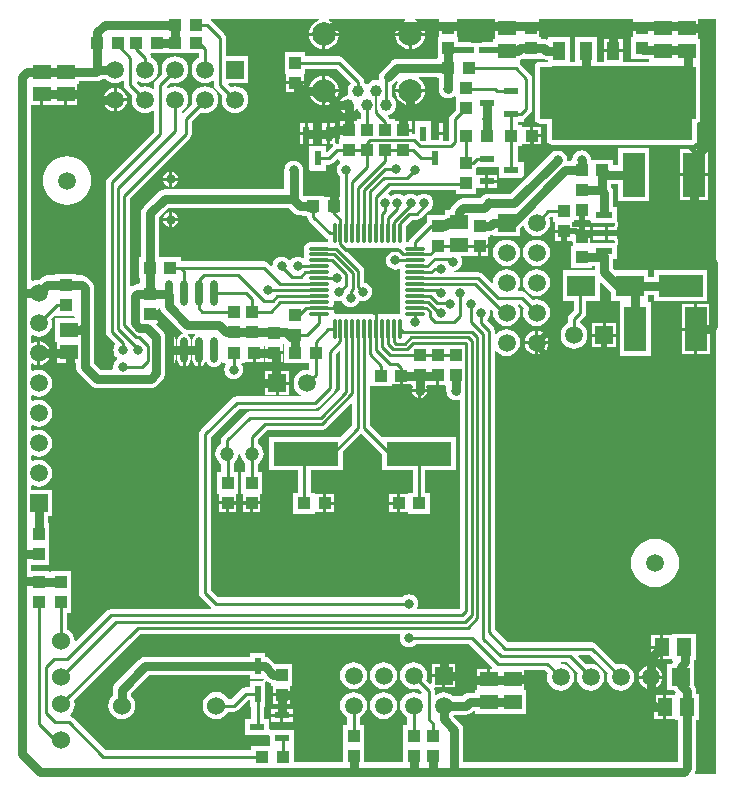
<source format=gtl>
%FSDAX24Y24*%
%MOIN*%
%SFA1B1*%

%IPPOS*%
%AMD27*
4,1,8,-0.063000,0.018700,-0.063000,-0.018700,-0.044300,-0.037400,0.044300,-0.037400,0.063000,-0.018700,0.063000,0.018700,0.044300,0.037400,-0.044300,0.037400,-0.063000,0.018700,0.0*
%
%ADD10C,0.059100*%
%ADD11R,0.039400X0.043300*%
%ADD12R,0.043300X0.039400*%
%ADD13O,0.023600X0.086600*%
%ADD14R,0.023600X0.019700*%
%ADD15R,0.094500X0.070900*%
%ADD16R,0.072800X0.149600*%
%ADD17R,0.216500X0.078700*%
%ADD18R,0.051200X0.059100*%
%ADD19R,0.135800X0.061000*%
%ADD20R,0.043300X0.061000*%
%ADD21R,0.043300X0.061000*%
%ADD22R,0.059100X0.051200*%
%ADD23O,0.011800X0.070900*%
%ADD24O,0.070900X0.011800*%
%ADD25R,0.055100X0.023600*%
%ADD26R,0.070900X0.023600*%
G04~CAMADD=27~4~0.0~0.0~748.0~1260.0~0.0~187.0~0~0.0~0.0~0.0~0.0~0~0.0~0.0~0.0~0.0~0~0.0~0.0~0.0~90.0~1260.0~748.0*
%ADD27D27*%
%ADD28R,0.149600X0.072800*%
%ADD29R,0.051200X0.023600*%
%ADD30R,0.021700X0.057100*%
%ADD31R,0.023600X0.051200*%
%ADD32C,0.010000*%
%ADD33C,0.030000*%
%ADD34C,0.005000*%
%ADD35C,0.020000*%
%ADD36R,0.295000X0.210000*%
%ADD37R,0.520000X0.175000*%
%ADD38R,0.470000X0.245000*%
%ADD39C,0.060000*%
%ADD40R,0.059100X0.059100*%
%ADD41C,0.047200*%
%ADD42R,0.059100X0.059100*%
%ADD43C,0.039400*%
%ADD44C,0.078700*%
%ADD45C,0.031500*%
%LNde-300617-1*%
%LPD*%
G36*
X028605Y037524D02*
X029000D01*
Y037424*
X028605*
Y037132*
X028555*
Y037005*
X028197*
X028164Y036998*
X027836*
X027803Y037005*
X027397*
Y037182*
X027347*
Y037435*
X026753*
Y037182*
X026703*
Y036497*
X026699*
Y036453*
X025350*
X025272Y036442*
X025199Y036412*
X025136Y036364*
X024836Y036064*
X024788Y036001*
X024758Y035928*
X024747Y035850*
X024756Y035784*
X024755Y035780*
X024733Y035754*
X024716Y035741*
X024650Y035750*
X024559Y035738*
X024475Y035703*
X024403Y035647*
X024375Y035611*
X024325*
X024297Y035647*
X024254Y035681*
Y035700*
X024238Y035778*
X024194Y035844*
X023560Y036479*
X023493Y036523*
X023415Y036539*
X022297*
Y036701*
X021603*
Y035968*
X021653*
Y035715*
X021950*
X022247*
Y035968*
X022297*
Y036131*
X023331*
X023803Y035658*
Y035647*
X023747Y035575*
X023712Y035491*
X023700Y035400*
X023712Y035309*
X023726Y035276*
X023725Y035270*
X023694Y035223*
X023643Y035217*
X023570Y035187*
X023508Y035139*
X023461Y035077*
X023431Y035005*
X023427Y034978*
X023720*
Y034928*
X023770*
Y034635*
X023798Y034638*
X023870Y034668*
X023932Y034716*
X023979Y034778*
X023981Y034782*
X024035*
X024047Y034753*
X024103Y034680*
X024146Y034647*
Y034451*
X024003*
Y034401*
X023800*
Y034085*
X023750*
Y034035*
X023453*
Y033782*
X023403*
Y033619*
X023365*
X023342Y033615*
X023292Y033656*
Y033913*
X023124*
Y033607*
X023203*
X023219Y033566*
Y033557*
X023018Y033356*
X022968Y033377*
Y033543*
X022432*
Y032731*
X022968*
Y032933*
X023087*
X023165Y032948*
X023231Y032992*
X023357Y033119*
X023403Y033099*
Y033049*
X023449*
X023466Y032999*
X023442Y032980*
X023392Y032916*
X023361Y032841*
X023351Y032761*
X023361Y032681*
X023392Y032606*
X023442Y032542*
X023457Y032530*
Y031847*
X023285*
Y031550*
X023185*
Y031847*
X022932*
Y031897*
X022203*
Y032693*
X022210Y032750*
X022200Y032830*
X022169Y032905*
X022119Y032969*
X022055Y033019*
X021980Y033050*
X021900Y033060*
X021820Y033050*
X021745Y033019*
X021681Y032969*
X021631Y032905*
X021600Y032830*
X021590Y032750*
X021597Y032693*
Y032103*
X017600*
X017522Y032092*
X017449Y032062*
X017386Y032014*
X016901Y031529*
X016853Y031467*
X016823Y031394*
X016813Y031315*
Y029847*
X016749*
Y029153*
X016797*
Y029001*
X016753*
Y028937*
X016685*
X016606Y028927*
X016533Y028897*
X016504Y028874*
X016454Y028899*
Y031816*
X018444Y033806*
X018488Y033872*
X018504Y033950*
Y034366*
X018813Y034675*
X018834Y034666*
X018950Y034651*
X019066Y034666*
X019175Y034711*
X019268Y034782*
X019339Y034875*
X019384Y034984*
X019399Y035100*
X019384Y035216*
X019339Y035325*
X019268Y035418*
X019175Y035489*
X019066Y035534*
X018950Y035549*
X018834Y035534*
X018725Y035489*
X018632Y035418*
X018561Y035325*
X018516Y035216*
X018501Y035100*
X018516Y034984*
X018525Y034963*
X018220Y034658*
X018170Y034679*
Y034709*
X018175Y034711*
X018268Y034782*
X018339Y034875*
X018384Y034984*
X018399Y035100*
X018384Y035216*
X018339Y035325*
X018268Y035418*
X018175Y035489*
X018066Y035534*
X017950Y035549*
X017834Y035534*
X017730Y035491*
X017720Y035492*
X017677Y035515*
X017674Y035536*
X017813Y035675*
X017834Y035666*
X017950Y035651*
X018066Y035666*
X018175Y035711*
X018268Y035782*
X018339Y035875*
X018384Y035984*
X018399Y036100*
X018384Y036216*
X018339Y036325*
X018268Y036418*
X018175Y036489*
X018066Y036534*
X017950Y036549*
X017834Y036534*
X017725Y036489*
X017632Y036418*
X017561Y036325*
X017516Y036216*
X017501Y036100*
X017516Y035984*
X017525Y035963*
X017306Y035744*
X017262Y035678*
X017246Y035600*
Y035491*
X017201Y035468*
X017175Y035489*
X017066Y035534*
X016950Y035549*
X016834Y035534*
X016813Y035525*
X016674Y035664*
X016677Y035685*
X016720Y035708*
X016730Y035709*
X016834Y035666*
X016950Y035651*
X017066Y035666*
X017175Y035711*
X017268Y035782*
X017339Y035875*
X017384Y035984*
X017399Y036100*
X017384Y036216*
X017339Y036325*
X017268Y036418*
X017175Y036489*
X017154Y036497*
Y036500*
X017138Y036578*
X017122Y036603*
X017148Y036653*
X018746*
Y036497*
X018725Y036489*
X018632Y036418*
X018561Y036325*
X018516Y036216*
X018501Y036100*
X018516Y035984*
X018561Y035875*
X018632Y035782*
X018725Y035711*
X018834Y035666*
X018950Y035651*
X019066Y035666*
X019175Y035711*
X019201Y035732*
X019246Y035709*
Y035600*
X019262Y035522*
X019306Y035456*
X019525Y035237*
X019516Y035216*
X019501Y035100*
X019516Y034984*
X019561Y034875*
X019632Y034782*
X019725Y034711*
X019834Y034666*
X019950Y034651*
X020066Y034666*
X020175Y034711*
X020268Y034782*
X020339Y034875*
X020384Y034984*
X020399Y035100*
X020384Y035216*
X020339Y035325*
X020268Y035418*
X020175Y035489*
X020066Y035534*
X019950Y035549*
X019834Y035534*
X019813Y035525*
X019730Y035609*
X019749Y035655*
X020395*
Y036545*
X019654*
Y037150*
X019638Y037228*
X019594Y037294*
X019152Y037737*
X019162Y037787*
X022739*
X022749Y037737*
X022664Y037701*
X022561Y037622*
X022482Y037519*
X022432Y037399*
X022422Y037320*
X022913*
Y037270*
Y037320*
X023404*
X023394Y037399*
X023344Y037519*
X023265Y037622*
X023162Y037701*
X023077Y037737*
X023087Y037787*
X025613*
X025623Y037737*
X025538Y037701*
X025435Y037622*
X025356Y037519*
X025306Y037399*
X025296Y037320*
X025787*
X026278*
X026268Y037399*
X026218Y037519*
X026139Y037622*
X026036Y037701*
X025951Y037737*
X025961Y037787*
X026753*
Y037535*
X027347*
Y037787*
X028605*
Y037524*
G37*
G36*
X033203Y037535D02*
X033500D01*
Y037435*
X033203*
Y037182*
X033153*
Y036449*
X033555*
X033565Y036447*
X033755*
Y036353*
X032872*
Y036679*
X032555*
Y036729*
Y036679*
X032239*
Y036353*
X032017*
Y037184*
X031283*
Y036353*
X031111*
Y037184*
X030378*
Y037135*
X030328Y037101*
X030313Y037108*
X030235Y037118*
X030147*
Y037182*
X030097*
Y037435*
X029800*
Y037535*
X030097*
Y037787*
X033203*
Y037535*
G37*
G36*
X026699Y035803D02*
X026763D01*
Y035560*
X026750Y035530*
X026740Y035450*
X026750Y035370*
X026781Y035295*
X026831Y035231*
X026895Y035181*
X026970Y035150*
X027050Y035140*
X027130Y035150*
X027205Y035181*
X027253Y035218*
X027303Y035197*
Y034757*
X027140Y034594*
X027096Y034528*
X027081Y034450*
Y034319*
X027024*
Y033963*
X026974*
Y033913*
X026756*
Y033754*
X026494*
Y034369*
X025958*
Y033982*
X025919Y033950*
X025900Y033954*
X025847*
Y034035*
X025550*
Y034085*
X025500*
Y034401*
X025297*
Y034451*
X025123*
X025094Y034494*
X025047Y034541*
X025063Y034589*
X025070Y034590*
X025155Y034625*
X025227Y034680*
X025283Y034753*
X025318Y034837*
X025330Y034928*
X025318Y035018*
X025283Y035102*
X025227Y035175*
X025184Y035208*
Y035581*
X025201Y035588*
X025264Y035636*
X025345Y035717*
X025383Y035684*
X025356Y035649*
X025306Y035529*
X025296Y035450*
X025787*
Y035400*
Y035450*
X026278*
X026268Y035529*
X026218Y035649*
X026139Y035752*
X026080Y035797*
X026097Y035847*
X026699*
Y035803*
G37*
G36*
X015632Y035782D02*
X015725Y035711D01*
X015834Y035666*
X015950Y035651*
X016066Y035666*
X016175Y035711*
X016201Y035732*
X016246Y035709*
Y035600*
X016262Y035522*
X016306Y035456*
X016525Y035237*
X016516Y035216*
X016501Y035100*
X016516Y034984*
X016561Y034875*
X016632Y034782*
X016725Y034711*
X016834Y034666*
X016950Y034651*
X017066Y034666*
X017175Y034711*
X017201Y034732*
X017246Y034709*
Y034034*
X015706Y032494*
X015662Y032428*
X015646Y032350*
Y027350*
X015662Y027272*
X015706Y027206*
X015964Y026948*
X015931Y026905*
X015900Y026830*
X015890Y026750*
X015900Y026670*
X015931Y026595*
X015981Y026531*
X016012Y026507*
Y026443*
X015981Y026419*
X015931Y026355*
X015900Y026280*
X015890Y026200*
X015897Y026145*
X015861Y026095*
X015483*
X015253Y026325*
Y027550*
Y028819*
X015242Y028898*
X015212Y028971*
X015164Y029033*
X015049Y029149*
X014986Y029197*
X014913Y029227*
X014835Y029237*
X014647*
Y029301*
X013953*
Y029237*
X013685*
X013606Y029227*
X013533Y029197*
X013471Y029149*
X013419Y029097*
X013400Y029099*
X013284Y029084*
X013203Y029050*
X013153Y029081*
Y034920*
X013450*
Y035276*
X013550*
Y034920*
X013895*
X013905*
X014250*
Y035276*
X014300*
Y035326*
X014695*
Y035618*
X014745*
Y035721*
X015324*
X015402Y035732*
X015475Y035762*
X015522Y035797*
X015621*
X015632Y035782*
G37*
G36*
X035968Y012604D02*
X035296D01*
X035272Y012654*
X035286Y012673*
X035316Y012746*
X035327Y012824*
Y014405*
X035430*
Y015295*
X035327*
Y015376*
X035316Y015454*
X035286Y015527*
X035245Y015580*
Y016294*
X035253Y016350*
Y016405*
X035330*
Y017295*
X034518*
Y017245*
X034226*
Y016850*
Y016455*
X034518*
Y016405*
X034522*
X034545Y016360*
X034538Y016351*
X034515Y016295*
X034355*
Y015405*
X034572*
X034586Y015386*
X034635Y015337*
X034618Y015295*
Y015245*
X034326*
Y014850*
Y014455*
X034618*
Y014405*
X034721*
Y013003*
X027553*
Y014100*
X027542Y014178*
X027512Y014251*
X027464Y014314*
X027231Y014547*
X027251Y014597*
X027650*
X027728Y014608*
X027801Y014638*
X027864Y014686*
X027901Y014723*
X027955*
Y014620*
X028845*
X029645*
Y015432*
X029595*
Y015724*
X029200*
Y015824*
X029595*
Y016096*
X030266*
X030375Y015987*
X030366Y015966*
X030351Y015850*
X030366Y015734*
X030411Y015625*
X030482Y015532*
X030575Y015461*
X030684Y015416*
X030800Y015401*
X030916Y015416*
X031025Y015461*
X031118Y015532*
X031189Y015625*
X031234Y015734*
X031249Y015850*
X031234Y015966*
X031189Y016075*
X031118Y016168*
X031025Y016239*
X030916Y016284*
X030823Y016296*
X030826Y016346*
X031016*
X031375Y015987*
X031366Y015966*
X031351Y015850*
X031366Y015734*
X031411Y015625*
X031482Y015532*
X031575Y015461*
X031684Y015416*
X031800Y015401*
X031916Y015416*
X032025Y015461*
X032118Y015532*
X032189Y015625*
X032234Y015734*
X032249Y015850*
X032234Y015966*
X032189Y016075*
X032118Y016168*
X032025Y016239*
X031916Y016284*
X031800Y016299*
X031684Y016284*
X031663Y016275*
X031388Y016550*
X031408Y016596*
X031766*
X032375Y015987*
X032366Y015966*
X032351Y015850*
X032366Y015734*
X032411Y015625*
X032482Y015532*
X032575Y015461*
X032684Y015416*
X032800Y015401*
X032916Y015416*
X033025Y015461*
X033118Y015532*
X033189Y015625*
X033234Y015734*
X033249Y015850*
X033234Y015966*
X033189Y016075*
X033118Y016168*
X033025Y016239*
X032916Y016284*
X032800Y016299*
X032684Y016284*
X032663Y016275*
X031994Y016944*
X031928Y016988*
X031850Y017004*
X029034*
X028604Y017434*
Y026703*
X028654Y026720*
X028682Y026682*
X028775Y026611*
X028884Y026566*
X029000Y026551*
X029116Y026566*
X029225Y026611*
X029318Y026682*
X029389Y026775*
X029434Y026884*
X029449Y027000*
X029434Y027116*
X029389Y027225*
X029318Y027318*
X029225Y027389*
X029116Y027434*
X029000Y027449*
X028884Y027434*
X028775Y027389*
X028682Y027318*
X028654Y027280*
X028604Y027297*
Y027400*
X028588Y027478*
X028544Y027544*
X028364Y027724*
X028367Y027779*
X028369Y027781*
X028419Y027845*
X028450Y027920*
X028460Y028000*
X028450Y028080*
X028442Y028099*
X028484Y028127*
X028558Y028054*
X028551Y028000*
X028566Y027884*
X028611Y027775*
X028682Y027682*
X028775Y027611*
X028884Y027566*
X029000Y027551*
X029116Y027566*
X029225Y027611*
X029318Y027682*
X029389Y027775*
X029434Y027884*
X029449Y028000*
X029434Y028116*
X029391Y028220*
X029392Y028230*
X029415Y028273*
X029436Y028276*
X029575Y028137*
X029566Y028116*
X029551Y028000*
X029566Y027884*
X029611Y027775*
X029682Y027682*
X029775Y027611*
X029884Y027566*
X030000Y027551*
X030116Y027566*
X030225Y027611*
X030318Y027682*
X030389Y027775*
X030434Y027884*
X030449Y028000*
X030434Y028116*
X030389Y028225*
X030318Y028318*
X030225Y028389*
X030116Y028434*
X030000Y028449*
X029884Y028434*
X029863Y028425*
X029644Y028644*
X029578Y028688*
X029500Y028704*
X029391*
X029368Y028749*
X029389Y028775*
X029434Y028884*
X029449Y029000*
X029434Y029116*
X029389Y029225*
X029318Y029318*
X029225Y029389*
X029116Y029434*
X029000Y029449*
X028884Y029434*
X028775Y029389*
X028682Y029318*
X028611Y029225*
X028566Y029116*
X028552Y029007*
X028508Y028980*
X028202Y029287*
X028136Y029331*
X028057Y029346*
X027253*
X027250Y029396*
X027280Y029400*
X027355Y029431*
X027419Y029481*
X027469Y029545*
X027500Y029620*
X027510Y029700*
X027500Y029780*
X027471Y029849*
X027490Y029899*
X027795*
X027803*
X028050*
Y030215*
X028100*
Y030265*
X028397*
Y030518*
X028447*
Y030584*
X028505Y030591*
X028533Y030579*
X028555Y030565*
Y030555*
X029445*
Y030817*
X029520Y030892*
X029571Y030872*
X029611Y030775*
X029682Y030682*
X029775Y030611*
X029884Y030566*
X030000Y030551*
X030116Y030566*
X030225Y030611*
X030318Y030682*
X030389Y030775*
X030434Y030884*
X030449Y031000*
X030434Y031116*
X030425Y031137*
X030469Y031181*
X030553*
Y031018*
X030603*
Y030765*
X030900*
Y030715*
X030950*
Y030399*
X031197*
X031203Y030351*
Y030232*
X031153*
Y029499*
X031847*
Y029563*
X031947*
Y029404*
X030870*
Y028396*
X031246*
Y028084*
X031106Y027944*
X031062Y027878*
X031046Y027800*
Y027648*
X031025Y027639*
X030932Y027568*
X030861Y027475*
X030816Y027366*
X030801Y027250*
X030816Y027134*
X030861Y027025*
X030932Y026932*
X031025Y026861*
X031134Y026816*
X031250Y026801*
X031366Y026816*
X031475Y026861*
X031568Y026932*
X031639Y027025*
X031684Y027134*
X031699Y027250*
X031684Y027366*
X031639Y027475*
X031568Y027568*
X031475Y027639*
X031454Y027648*
Y027716*
X031594Y027856*
X031638Y027922*
X031654Y028000*
Y028396*
X032115*
Y028991*
X032162Y029011*
X032485Y028687*
Y028396*
X032776*
X032782Y028348*
Y026552*
X033810*
Y028348*
X033735*
X033730Y028396*
Y028593*
X033902*
Y028382*
X035698*
Y029410*
X033902*
Y029199*
X033730*
Y029404*
X032624*
X032553Y029475*
Y029791*
X032678*
Y030255*
X032724Y030274*
X032822Y030176*
X032939*
X032953Y030155*
X032960Y030126*
X032925Y030080*
X032899Y030017*
X032897Y030000*
X033403*
X033401Y030017*
X033375Y030080*
X033340Y030126*
X033347Y030155*
X033361Y030176*
X033808*
X034045Y030413*
Y030440*
X034750*
Y030904*
Y031368*
X033952*
Y031045*
X033906Y031026*
X033808Y031124*
X033361*
X033347Y031145*
X033340Y031174*
X033375Y031220*
X033401Y031283*
X033403Y031300*
X032897*
X032899Y031283*
X032925Y031220*
X032960Y031174*
X032953Y031145*
X032939Y031124*
X032822*
X032724Y031026*
X032678Y031045*
Y031509*
X032553*
Y032000*
X032542Y032078*
X032512Y032151*
X032487Y032184*
Y032297*
X032732*
Y031702*
X033760*
Y033498*
X032732*
Y032903*
X032551*
Y033097*
X031816*
X031808Y033163*
X031777Y033236*
X031775Y033238*
X031769Y033255*
X031719Y033319*
X031655Y033369*
X031580Y033400*
X031500Y033410*
X031420Y033400*
X031345Y033369*
X031281Y033319*
X031231Y033255*
X031200Y033180*
X031190Y033100*
X031187Y033097*
X031149*
Y033053*
X031042*
X031009Y033090*
X031010Y033100*
X031000Y033180*
X030969Y033255*
X030919Y033319*
X030855Y033369*
X030780Y033400*
X030700Y033410*
X030620Y033400*
X030545Y033369*
X030481Y033319*
X030446Y033273*
X029125Y031953*
X028457*
X028400Y031960*
X028320Y031950*
X028245Y031919*
X028181Y031869*
X028146Y031823*
X028125Y031803*
X027550*
X027472Y031792*
X027399Y031762*
X027336Y031714*
X027186Y031564*
X027138Y031501*
X027108Y031428*
X027105Y031409*
X026955*
Y031287*
X026901Y031265*
X026884Y031251*
X026353*
Y031037*
X026340Y031029*
X025800Y030489*
X025756Y030423*
X025741Y030346*
X025694*
X025649Y030349*
X025646Y030394*
Y030898*
X025844Y031096*
X026000*
X026078Y031112*
X026144Y031156*
X026345Y031356*
X026405Y031381*
X026469Y031431*
X026519Y031495*
X026550Y031570*
X026560Y031650*
X026550Y031730*
X026519Y031805*
X026469Y031869*
X026405Y031919*
X026330Y031950*
X026250Y031960*
X026170Y031950*
X026095Y031919*
X026031Y031869*
X026019*
X025955Y031919*
X025880Y031950*
X025800Y031960*
X025720Y031950*
X025645Y031919*
X025587Y031874*
X025584Y031877*
X025520Y031926*
X025445Y031957*
X025365Y031968*
X025285Y031957*
X025210Y031926*
X025153Y031882*
X025105Y031919*
X025071Y031932*
X025060Y031991*
X025164Y032096*
X027303*
Y031949*
X027997*
Y032158*
X028287*
Y032376*
Y032594*
X027997*
Y032819*
X028029Y032840*
X028044Y032856*
X028743*
X028757Y032812*
Y032482*
X029569*
Y033018*
X029369*
Y033553*
X029532*
Y033603*
X029785*
Y033900*
Y034197*
X029532*
Y034247*
X029367*
Y034358*
X029569*
Y034448*
X029620Y034482*
X029794Y034656*
X029838Y034722*
X029854Y034800*
Y035800*
X029838Y035878*
X029794Y035944*
X029462Y036277*
X029445Y036320*
Y036433*
X029454Y036434*
X029491Y036449*
X030147*
X030197Y036456*
X030243Y036436*
X030321Y036426*
X030378*
Y036353*
X030100*
X030041Y036341*
X029992Y036308*
X029959Y036259*
X029947Y036200*
Y034450*
X029959Y034391*
X029992Y034342*
X030041Y034309*
X030100Y034297*
X030347*
Y033750*
X030359Y033691*
X030392Y033642*
X030441Y033609*
X030500Y033597*
X035200*
X035259Y033609*
X035308Y033642*
X035341Y033691*
X035353Y033750*
Y034308*
X035359Y034309*
X035408Y034342*
X035441Y034391*
X035453Y034450*
Y036200*
X035441Y036259*
X035434Y036270*
X035445Y036320*
Y037132*
X035395*
Y037424*
X035000*
Y037524*
X035395*
Y037787*
X035968*
Y012604*
G37*
G36*
X031550Y031099D02*
X031797D01*
X031826Y031061*
Y030972*
X032605*
X032624Y030926*
X032585Y030887*
Y030868*
X032381*
Y030650*
Y030432*
X032585*
Y030413*
X032624Y030374*
X032605Y030328*
X031826*
X031797Y030365*
Y030485*
X031500*
Y030535*
X031450*
Y030851*
X031203*
X031197Y030899*
Y031018*
X031247*
Y031099*
X031450*
Y031415*
X031550*
Y031099*
G37*
G36*
X024957Y030152D02*
X025039Y030136D01*
X025121Y030152*
X025137Y030164*
X025154Y030152*
X025236Y030136*
X025317Y030152*
X025334Y030164*
X025351Y030152*
X025388Y030145*
X025433Y030133*
X025445Y030088*
X025451Y030059*
X025433Y030037*
X025413Y030021*
X025369Y030039*
X025289Y030049*
X025209Y030039*
X025134Y030008*
X025070Y029958*
X025020Y029894*
X024989Y029819*
X024979Y029739*
X024989Y029659*
X025020Y029584*
X025070Y029520*
X025134Y029470*
X025209Y029439*
X025289Y029429*
X025369Y029439*
X025403Y029453*
X025415Y029455*
X025433Y029441*
X025451Y029419*
X025436Y029345*
X025452Y029264*
X025464Y029247*
X025452Y029230*
X025436Y029148*
X025452Y029067*
X025464Y029050*
X025452Y029033*
X025436Y028952*
X025452Y028870*
X025464Y028853*
X025452Y028836*
X025436Y028755*
X025452Y028673*
X025464Y028656*
X025452Y028639*
X025436Y028558*
X025452Y028476*
X025464Y028459*
X025452Y028443*
X025436Y028361*
X025452Y028279*
X025464Y028263*
X025452Y028246*
X025436Y028164*
X025452Y028083*
X025464Y028066*
X025452Y028049*
X025445Y028012*
X025433Y027967*
X025388Y027955*
X025351Y027948*
X025334Y027936*
X025317Y027948*
X025236Y027964*
X025154Y027948*
X025137Y027936*
X025121Y027948*
X025039Y027964*
X024957Y027948*
X024941Y027936*
X024924Y027948*
X024842Y027964*
X024761Y027948*
X024694Y027903*
X024645Y027913*
X024597Y027903*
X024530Y027948*
X024448Y027964*
X024367Y027948*
X024350Y027936*
X024333Y027948*
X024252Y027964*
X024170Y027948*
X024153Y027936*
X024136Y027948*
X024055Y027964*
X023973Y027948*
X023956Y027936*
X023939Y027948*
X023858Y027964*
X023776Y027948*
X023759Y027936*
X023743Y027948*
X023661Y027964*
X023579Y027948*
X023563Y027936*
X023546Y027948*
X023464Y027964*
X023383Y027948*
X023366Y027936*
X023349Y027948*
X023312Y027955*
X023267Y027967*
X023255Y028012*
X023248Y028049*
X023203Y028115*
X023213Y028164*
X023203Y028213*
X023248Y028279*
X023264Y028361*
X023261Y028377*
X023299Y028409*
X023320Y028400*
X023400Y028390*
X023480Y028400*
X023504Y028410*
X023531Y028345*
X023581Y028281*
X023645Y028231*
X023720Y028200*
X023800Y028190*
X023880Y028200*
X023955Y028231*
X024019Y028281*
X024069Y028345*
X024096Y028410*
X024120Y028400*
X024200Y028390*
X024280Y028400*
X024355Y028431*
X024419Y028481*
X024469Y028545*
X024500Y028620*
X024510Y028700*
X024500Y028780*
X024469Y028855*
X024419Y028919*
X024355Y028969*
X024280Y029000*
X024254Y029003*
Y029394*
X024238Y029472*
X024194Y029538*
X023639Y030093*
X023666Y030137*
X023743Y030152*
X023759Y030164*
X023776Y030152*
X023858Y030136*
X023939Y030152*
X023956Y030164*
X023973Y030152*
X024055Y030136*
X024136Y030152*
X024153Y030164*
X024170Y030152*
X024252Y030136*
X024333Y030152*
X024350Y030164*
X024367Y030152*
X024448Y030136*
X024530Y030152*
X024547Y030164*
X024564Y030152*
X024645Y030136*
X024727Y030152*
X024744Y030164*
X024761Y030152*
X024842Y030136*
X024924Y030152*
X024941Y030164*
X024957Y030152*
G37*
G36*
X021886Y031336D02*
X021949Y031288D01*
X022022Y031258*
X022100Y031247*
X022199*
Y031203*
X022361*
Y031185*
X022377Y031107*
X022421Y031040*
X022956Y030506*
X023022Y030462*
X023054Y030455*
Y030394*
X023051Y030349*
X023006Y030346*
X022460*
X022379Y030330*
X022310Y030283*
X022263Y030214*
X022247Y030133*
X022263Y030051*
X022275Y030034*
X022263Y030017*
X022247Y029936*
X022263Y029854*
X022228Y029816*
X022214Y029811*
X022205Y029819*
X022130Y029850*
X022050Y029860*
X021970Y029850*
X021895Y029819*
X021831Y029769*
X021807Y029738*
X021743*
X021719Y029769*
X021655Y029819*
X021580Y029850*
X021500Y029860*
X021420Y029850*
X021345Y029819*
X021281Y029769*
X021231Y029705*
X021200Y029630*
X021192Y029567*
X021143Y029545*
X021044Y029644*
X020978Y029688*
X020900Y029704*
X018151*
Y029847*
X017418*
Y031190*
X017725Y031497*
X021725*
X021886Y031336*
G37*
G36*
X017447Y028132D02*
X017478Y028059D01*
X017526Y027996*
X018136Y027386*
X018199Y027338*
X018206Y027335*
X018201Y027283*
X018165Y027276*
X018093Y027227*
X018045Y027155*
X018028Y027070*
Y026805*
X018250*
X018472*
Y027070*
X018455Y027155*
X018407Y027227*
X018377Y027247*
X018392Y027297*
X018608*
X018623Y027247*
X018593Y027227*
X018545Y027155*
X018528Y027070*
Y026805*
X018750*
Y026755*
X018800*
Y026228*
X018835Y026235*
X018907Y026283*
X018946Y026342*
X018994Y026343*
X019001Y026340*
X019016Y026305*
X019059Y026249*
X019115Y026206*
X019180Y026179*
X019250Y026170*
X019320Y026179*
X019385Y026206*
X019441Y026249*
X019484Y026305*
X019499Y026340*
X019549Y026330*
Y026303*
X019612*
X019634Y026258*
X019631Y026255*
X019600Y026180*
X019590Y026100*
X019600Y026020*
X019631Y025945*
X019681Y025881*
X019745Y025831*
X019820Y025800*
X019900Y025790*
X019980Y025800*
X020055Y025831*
X020119Y025881*
X020169Y025945*
X020200Y026020*
X020210Y026100*
X020200Y026180*
X020169Y026255*
X020166Y026258*
X020188Y026303*
X020282*
Y026353*
X020535*
Y026650*
X020585*
Y026700*
X020901*
Y026891*
X020951Y026919*
X020953Y026917*
Y026715*
X021250*
X021547*
Y026968*
X021597*
X021599Y026919*
Y026303*
X022431*
Y026126*
X022393Y026093*
X022350Y026099*
X022234Y026084*
X022125Y026039*
X022032Y025968*
X021961Y025875*
X021916Y025766*
X021901Y025650*
X021916Y025534*
X021961Y025425*
X022032Y025332*
X022125Y025261*
X022143Y025254*
X022133Y025204*
X020000*
X019922Y025188*
X019856Y025144*
X018806Y024094*
X018762Y024028*
X018746Y023950*
Y018650*
X018762Y018572*
X018806Y018506*
X019148Y018164*
X019136Y018114*
X015810*
X015732Y018098*
X015666Y018054*
X014652Y017040*
X014601Y017060*
X014588Y017158*
X014543Y017267*
X014471Y017361*
X014377Y017434*
X014354Y017443*
Y017999*
X014497*
Y018668*
Y019401*
X013803*
Y019337*
X013747*
Y019401*
X013153*
Y019599*
X013747*
Y020268*
Y021001*
X013703*
Y021205*
X013845*
Y022095*
X013153*
Y022219*
X013203Y022250*
X013284Y022216*
X013400Y022201*
X013516Y022216*
X013625Y022261*
X013718Y022332*
X013789Y022425*
X013834Y022534*
X013849Y022650*
X013834Y022766*
X013789Y022875*
X013718Y022968*
X013625Y023039*
X013516Y023084*
X013400Y023099*
X013284Y023084*
X013203Y023050*
X013153Y023081*
Y023219*
X013203Y023250*
X013284Y023216*
X013400Y023201*
X013516Y023216*
X013625Y023261*
X013718Y023332*
X013789Y023425*
X013834Y023534*
X013849Y023650*
X013834Y023766*
X013789Y023875*
X013718Y023968*
X013625Y024039*
X013516Y024084*
X013400Y024099*
X013284Y024084*
X013203Y024050*
X013153Y024081*
Y024219*
X013203Y024250*
X013284Y024216*
X013400Y024201*
X013516Y024216*
X013625Y024261*
X013718Y024332*
X013789Y024425*
X013834Y024534*
X013849Y024650*
X013834Y024766*
X013789Y024875*
X013718Y024968*
X013625Y025039*
X013516Y025084*
X013400Y025099*
X013284Y025084*
X013203Y025050*
X013153Y025081*
Y025219*
X013203Y025250*
X013284Y025216*
X013400Y025201*
X013516Y025216*
X013625Y025261*
X013718Y025332*
X013789Y025425*
X013834Y025534*
X013849Y025650*
X013834Y025766*
X013789Y025875*
X013718Y025968*
X013625Y026039*
X013516Y026084*
X013400Y026099*
X013284Y026084*
X013203Y026050*
X013153Y026081*
Y026285*
X013197Y026307*
X013201Y026305*
X013297Y026265*
X013350Y026258*
Y026650*
Y027042*
X013297Y027035*
X013201Y026995*
X013197Y026993*
X013153Y027015*
Y027219*
X013203Y027250*
X013284Y027216*
X013400Y027201*
X013516Y027216*
X013625Y027261*
X013718Y027332*
X013789Y027425*
X013834Y027534*
X013849Y027650*
X013834Y027766*
X013825Y027787*
X013913Y027875*
X013953Y027899*
X014598*
X014621Y027849*
X014605Y027830*
X013955*
Y027018*
X014005*
Y026726*
X014400*
Y026676*
X014450*
Y026320*
X014647*
Y026200*
X014658Y026122*
X014688Y026049*
X014736Y025986*
X015144Y025579*
X015206Y025530*
X015279Y025500*
X015357Y025490*
X017143*
X017221Y025500*
X017294Y025530*
X017356Y025579*
X017544Y025766*
X017592Y025829*
X017622Y025902*
X017633Y025980*
Y026201*
X017683Y026231*
X017700Y026228*
Y026755*
Y027283*
X017665Y027276*
X017603Y027294*
X017592Y027321*
X017544Y027384*
X017325Y027603*
X017344Y027649*
X017397*
Y027915*
X017100*
Y028015*
X017397*
Y028133*
X017447Y028137*
Y028132*
G37*
G36*
X023457Y026703D02*
Y025445D01*
X022716Y024704*
X020450*
X020372Y024688*
X020306Y024644*
X019542Y023881*
X019498Y023815*
X019483Y023737*
Y023630*
X019411Y023575*
X019349Y023495*
X019310Y023401*
X019297Y023300*
X019310Y023199*
X019349Y023105*
X019411Y023025*
X019492Y022963*
X019496Y022961*
Y022701*
X019353*
Y021968*
X019403*
Y021715*
X019997*
Y021968*
X020047*
Y022701*
X019904*
Y022980*
X019962Y023025*
X020024Y023105*
X020063Y023199*
X020075Y023289*
X020125*
X020137Y023199*
X020176Y023105*
X020238Y023025*
X020296Y022980*
Y022701*
X020153*
Y021968*
X020203*
Y021715*
X020797*
Y021968*
X020847*
Y022701*
X020704*
Y022961*
X020708Y022963*
X020789Y023025*
X020851Y023105*
X020890Y023199*
X020903Y023300*
X020890Y023401*
X020851Y023495*
X020789Y023575*
X020717Y023630*
Y023779*
X021034Y024096*
X022855*
X022933Y024112*
X022999Y024156*
X023805Y024962*
X023851Y024943*
Y024239*
X023455Y023844*
X021097*
Y022756*
X022061*
Y021993*
X021899*
Y021299*
X022632*
Y021349*
X022885*
Y021646*
Y021943*
X022632*
Y021993*
X022469*
Y022756*
X023563*
Y023374*
X024150Y023962*
X024837Y023274*
Y022756*
X025881*
Y021993*
X025718*
Y021943*
X025465*
Y021646*
Y021349*
X025718*
Y021299*
X026451*
Y021993*
X026289*
Y022756*
X027303*
Y023844*
X024845*
X024455Y024233*
Y025553*
X025182*
Y025603*
X025435*
Y025900*
X025535*
Y025603*
X025801*
X025803Y025599*
X025865*
X025890Y025549*
X025875Y025530*
X025849Y025467*
X025847Y025450*
X026353*
X026351Y025467*
X026325Y025530*
X026310Y025549*
X026335Y025599*
X026397*
X026403*
X026650*
Y025915*
X026750*
Y025599*
X026953*
Y025549*
X026997*
Y025457*
X026990Y025400*
X027000Y025320*
X027031Y025245*
X027081Y025181*
X027145Y025131*
X027220Y025100*
X027300Y025090*
X027380Y025100*
X027410Y025113*
X027452Y025085*
Y018140*
X027426Y018114*
X026053*
X026026Y018164*
X026050Y018220*
X026060Y018300*
X026050Y018380*
X026019Y018455*
X025969Y018519*
X025905Y018569*
X025830Y018600*
X025750Y018610*
X025670Y018600*
X025595Y018569*
X025531Y018519*
X025519Y018504*
X019384*
X019154Y018734*
Y023866*
X020084Y024796*
X022600*
X022678Y024812*
X022744Y024856*
X023244Y025356*
X023288Y025422*
X023304Y025500*
Y026616*
X023411Y026723*
X023457Y026703*
G37*
G36*
X025460Y017255D02*
X025450Y017230D01*
X025440Y017150*
X025450Y017070*
X025481Y016995*
X025531Y016931*
X025595Y016881*
X025670Y016850*
X025750Y016840*
X025830Y016850*
X025905Y016881*
X025969Y016931*
X025981Y016946*
X027766*
X028532Y016180*
X028511Y016130*
X028450*
Y015774*
X028400*
Y015724*
X028005*
Y015432*
X027955*
Y015329*
X027776*
X027698Y015318*
X027625Y015288*
X027562Y015240*
X027525Y015203*
X027229*
X027218Y015218*
X027125Y015289*
X027016Y015334*
X026900Y015349*
X026784Y015334*
X026675Y015289*
X026649Y015268*
X026604Y015291*
Y015400*
X026593Y015455*
X026626Y015505*
X026850*
Y015850*
X026505*
Y015649*
X026459Y015630*
X026325Y015763*
X026334Y015784*
X026349Y015900*
X026334Y016016*
X026289Y016125*
X026218Y016218*
X026125Y016289*
X026016Y016334*
X025900Y016349*
X025784Y016334*
X025675Y016289*
X025582Y016218*
X025511Y016125*
X025466Y016016*
X025451Y015900*
X025466Y015784*
X025511Y015675*
X025582Y015582*
X025675Y015511*
X025784Y015466*
X025900Y015451*
X026016Y015466*
X026037Y015475*
X026176Y015336*
X026173Y015315*
X026130Y015292*
X026120Y015291*
X026016Y015334*
X025900Y015349*
X025784Y015334*
X025675Y015289*
X025582Y015218*
X025511Y015125*
X025466Y015016*
X025451Y014900*
X025466Y014784*
X025511Y014675*
X025582Y014582*
X025675Y014511*
X025696Y014503*
Y014251*
X025553*
Y013518*
Y013003*
X024247*
Y013518*
Y014251*
X024104*
Y014503*
X024125Y014511*
X024218Y014582*
X024289Y014675*
X024334Y014784*
X024349Y014900*
X024334Y015016*
X024289Y015125*
X024218Y015218*
X024125Y015289*
X024016Y015334*
X023900Y015349*
X023784Y015334*
X023675Y015289*
X023582Y015218*
X023511Y015125*
X023466Y015016*
X023451Y014900*
X023466Y014784*
X023511Y014675*
X023582Y014582*
X023675Y014511*
X023696Y014503*
Y014251*
X023553*
Y013518*
Y013003*
X021901*
Y013547*
X021919Y013558*
Y014094*
X021143*
X021107*
X021093Y014138*
Y014468*
X020904*
Y014852*
X020958*
Y015685*
Y015687*
Y015693*
X020975Y015703*
X020984Y015709*
X021008Y015715*
X021064Y015673*
X021137Y015642*
X021153Y015640*
Y015568*
X021203*
Y015315*
X021500*
X021797*
Y015568*
X021847*
Y016301*
X021277*
X021151Y016427*
X021089Y016475*
X021016Y016505*
X020958Y016512*
Y016648*
X020442*
Y016515*
X016963*
X016884Y016505*
X016811Y016475*
X016749Y016427*
X015961Y015639*
X015913Y015576*
X015883Y015504*
X015873Y015425*
Y015235*
X015854Y015221*
X015782Y015127*
X015737Y015017*
X015721Y014900*
X015737Y014783*
X015782Y014673*
X015854Y014579*
X015948Y014507*
X016058Y014462*
X016175Y014446*
X016293Y014462*
X016402Y014507*
X016496Y014579*
X016568Y014673*
X016614Y014783*
X016629Y014900*
X016614Y015017*
X016568Y015127*
X016496Y015221*
X016478Y015235*
Y015300*
X017088Y015910*
X020442*
Y015777*
X020897*
X020900Y015773*
X020873Y015723*
X020442*
Y015504*
X020300*
X020222Y015488*
X020156Y015444*
X019816Y015104*
X019727*
X019718Y015127*
X019646Y015221*
X019552Y015293*
X019442Y015338*
X019325Y015354*
X019207Y015338*
X019098Y015293*
X019004Y015221*
X018932Y015127*
X018886Y015017*
X018871Y014900*
X018886Y014783*
X018932Y014673*
X019004Y014579*
X019098Y014507*
X019207Y014462*
X019325Y014446*
X019442Y014462*
X019552Y014507*
X019646Y014579*
X019718Y014673*
X019727Y014696*
X019900*
X019978Y014712*
X020044Y014756*
X020384Y015096*
X020442*
Y014852*
X020496*
Y014468*
X020281*
Y013932*
X021057*
X021093*
X021107Y013888*
Y013558*
X021062Y013547*
X020499*
Y013404*
X015634*
X014544Y014494*
X014478Y014538*
X014454Y014543*
X014441Y014597*
X014471Y014620*
X014543Y014714*
X014588Y014823*
X014604Y014941*
X014588Y015058*
X014579Y015081*
X016794Y017296*
X025433*
X025460Y017255*
G37*
%LNde-300617-2*%
%LPC*%
G36*
X026278Y037220D02*
X025837D01*
Y036779*
X025916Y036789*
X026036Y036839*
X026139Y036918*
X026218Y037021*
X026268Y037141*
X026278Y037220*
G37*
G36*
X023404D02*
X022963D01*
Y036779*
X023042Y036789*
X023162Y036839*
X023265Y036918*
X023344Y037021*
X023394Y037141*
X023404Y037220*
G37*
G36*
X025737D02*
X025296D01*
X025306Y037141*
X025356Y037021*
X025435Y036918*
X025538Y036839*
X025658Y036789*
X025737Y036779*
Y037220*
G37*
G36*
X022863D02*
X022422D01*
X022432Y037141*
X022482Y037021*
X022561Y036918*
X022664Y036839*
X022784Y036789*
X022863Y036779*
Y037220*
G37*
G36*
X022963Y035891D02*
Y035450D01*
X023404*
X023394Y035529*
X023344Y035649*
X023265Y035752*
X023162Y035831*
X023042Y035881*
X022963Y035891*
G37*
G36*
X022863D02*
X022784Y035881D01*
X022664Y035831*
X022561Y035752*
X022482Y035649*
X022432Y035529*
X022422Y035450*
X022863*
Y035891*
G37*
G36*
X022247Y035615D02*
X022000D01*
Y035349*
X022247*
Y035615*
G37*
G36*
X021900D02*
X021653D01*
Y035349*
X021900*
Y035615*
G37*
G36*
X023404Y035350D02*
X022963D01*
Y034909*
X023042Y034919*
X023162Y034969*
X023265Y035048*
X023344Y035151*
X023394Y035271*
X023404Y035350*
G37*
G36*
X022863D02*
X022422D01*
X022432Y035271*
X022482Y035151*
X022561Y035048*
X022664Y034969*
X022784Y034919*
X022863Y034909*
Y035350*
G37*
G36*
X023670Y034878D02*
X023427D01*
X023431Y034850*
X023461Y034778*
X023508Y034716*
X023570Y034668*
X023643Y034638*
X023670Y034635*
Y034878*
G37*
G36*
X023700Y034401D02*
X023453D01*
Y034135*
X023700*
Y034401*
G37*
G36*
X023292Y034319D02*
X023124D01*
Y034013*
X023292*
Y034319*
G37*
G36*
X023024D02*
X022856D01*
Y034013*
X023024*
Y034319*
G37*
G36*
X022544D02*
X022376D01*
Y034013*
X022544*
Y034319*
G37*
G36*
X022276D02*
X022108D01*
Y034013*
X022276*
Y034319*
G37*
G36*
X023024Y033913D02*
X022856D01*
Y033607*
X023024*
Y033913*
G37*
G36*
X022544D02*
X022376D01*
Y033607*
X022544*
Y033913*
G37*
G36*
X022276D02*
X022108D01*
Y033607*
X022276*
Y033913*
G37*
G36*
X017850Y032703D02*
Y032500D01*
X018053*
X018051Y032517*
X018025Y032580*
X017984Y032634*
X017930Y032675*
X017867Y032701*
X017850Y032703*
G37*
G36*
X017750D02*
X017733Y032701D01*
X017670Y032675*
X017616Y032634*
X017575Y032580*
X017549Y032517*
X017547Y032500*
X017750*
Y032703*
G37*
G36*
X018053Y032400D02*
X017850D01*
Y032197*
X017867Y032199*
X017930Y032225*
X017984Y032266*
X018025Y032320*
X018051Y032383*
X018053Y032400*
G37*
G36*
X017750D02*
X017547D01*
X017549Y032383*
X017575Y032320*
X017616Y032266*
X017670Y032225*
X017733Y032199*
X017750Y032197*
Y032400*
G37*
G36*
X032872Y037134D02*
X032606D01*
Y036779*
X032872*
Y037134*
G37*
G36*
X032506D02*
X032239D01*
Y036779*
X032506*
Y037134*
G37*
G36*
X026278Y035350D02*
X025837D01*
Y034909*
X025916Y034919*
X026036Y034969*
X026139Y035048*
X026218Y035151*
X026268Y035271*
X026278Y035350*
G37*
G36*
X025737D02*
X025296D01*
X025306Y035271*
X025356Y035151*
X025435Y035048*
X025538Y034969*
X025658Y034919*
X025737Y034909*
Y035350*
G37*
G36*
X025847Y034401D02*
X025600D01*
Y034135*
X025847*
Y034401*
G37*
G36*
X026924Y034319D02*
X026756D01*
Y034013*
X026924*
Y034319*
G37*
G36*
X016000Y035492D02*
Y035150D01*
X016342*
X016335Y035203*
X016295Y035299*
X016232Y035382*
X016149Y035445*
X016053Y035485*
X016000Y035492*
G37*
G36*
X015900D02*
X015847Y035485D01*
X015751Y035445*
X015668Y035382*
X015605Y035299*
X015565Y035203*
X015558Y035150*
X015900*
Y035492*
G37*
G36*
X014695Y035226D02*
X014350D01*
Y034920*
X014695*
Y035226*
G37*
G36*
X016342Y035050D02*
X016000D01*
Y034708*
X016053Y034715*
X016149Y034755*
X016232Y034818*
X016295Y034901*
X016335Y034997*
X016342Y035050*
G37*
G36*
X015900D02*
X015558D01*
X015565Y034997*
X015605Y034901*
X015668Y034818*
X015751Y034755*
X015847Y034715*
X015900Y034708*
Y035050*
G37*
G36*
X014350Y033206D02*
X014193Y033190D01*
X014042Y033145*
X013902Y033070*
X013780Y032970*
X013680Y032848*
X013605Y032708*
X013560Y032557*
X013544Y032400*
X013560Y032243*
X013605Y032092*
X013680Y031952*
X013780Y031830*
X013902Y031730*
X014042Y031655*
X014193Y031610*
X014350Y031594*
X014507Y031610*
X014658Y031655*
X014798Y031730*
X014920Y031830*
X015020Y031952*
X015095Y032092*
X015140Y032243*
X015156Y032400*
X015140Y032557*
X015095Y032708*
X015020Y032848*
X014920Y032970*
X014798Y033070*
X014658Y033145*
X014507Y033190*
X014350Y033206*
G37*
G36*
X030151Y034197D02*
X029885D01*
Y033950*
X030151*
Y034197*
G37*
G36*
Y033850D02*
X029885D01*
Y033603*
X030151*
Y033850*
G37*
G36*
X035718Y033448D02*
X035304D01*
Y032650*
X035718*
Y033448*
G37*
G36*
X035204D02*
X034790D01*
Y032650*
X035204*
Y033448*
G37*
G36*
X028693Y032594D02*
X028387D01*
Y032426*
X028693*
Y032594*
G37*
G36*
Y032326D02*
X028387D01*
Y032158*
X028693*
Y032326*
G37*
G36*
X035718Y032550D02*
X035304D01*
Y031752*
X035718*
Y032550*
G37*
G36*
X035204D02*
X034790D01*
Y031752*
X035204*
Y032550*
G37*
G36*
X033200Y031603D02*
Y031400D01*
X033403*
X033401Y031417*
X033375Y031480*
X033334Y031534*
X033280Y031575*
X033217Y031601*
X033200Y031603*
G37*
G36*
X033100D02*
X033083Y031601D01*
X033020Y031575*
X032966Y031534*
X032925Y031480*
X032899Y031417*
X032897Y031400*
X033100*
Y031603*
G37*
G36*
X035648Y031368D02*
X034850D01*
Y030954*
X035648*
Y031368*
G37*
G36*
Y030854D02*
X034850D01*
Y030440*
X035648*
Y030854*
G37*
G36*
X030850Y030665D02*
X030603D01*
Y030399*
X030850*
Y030665*
G37*
G36*
X028397Y030165D02*
X028150D01*
Y029899*
X028397*
Y030165*
G37*
G36*
X033403Y029900D02*
X033200D01*
Y029697*
X033217Y029699*
X033280Y029725*
X033334Y029766*
X033375Y029820*
X033401Y029883*
X033403Y029900*
G37*
G36*
X033100D02*
X032897D01*
X032899Y029883*
X032925Y029820*
X032966Y029766*
X033020Y029725*
X033083Y029699*
X033100Y029697*
Y029900*
G37*
G36*
X030000Y030449D02*
X029884Y030434D01*
X029775Y030389*
X029682Y030318*
X029611Y030225*
X029566Y030116*
X029551Y030000*
X029566Y029884*
X029611Y029775*
X029682Y029682*
X029775Y029611*
X029884Y029566*
X030000Y029551*
X030116Y029566*
X030225Y029611*
X030318Y029682*
X030389Y029775*
X030434Y029884*
X030449Y030000*
X030434Y030116*
X030389Y030225*
X030318Y030318*
X030225Y030389*
X030116Y030434*
X030000Y030449*
G37*
G36*
X029000D02*
X028884Y030434D01*
X028775Y030389*
X028682Y030318*
X028611Y030225*
X028566Y030116*
X028551Y030000*
X028566Y029884*
X028611Y029775*
X028682Y029682*
X028775Y029611*
X028884Y029566*
X029000Y029551*
X029116Y029566*
X029225Y029611*
X029318Y029682*
X029389Y029775*
X029434Y029884*
X029449Y030000*
X029434Y030116*
X029389Y030225*
X029318Y030318*
X029225Y030389*
X029116Y030434*
X029000Y030449*
G37*
G36*
X030000Y029449D02*
X029884Y029434D01*
X029775Y029389*
X029682Y029318*
X029611Y029225*
X029566Y029116*
X029551Y029000*
X029566Y028884*
X029611Y028775*
X029682Y028682*
X029775Y028611*
X029884Y028566*
X030000Y028551*
X030116Y028566*
X030225Y028611*
X030318Y028682*
X030389Y028775*
X030434Y028884*
X030449Y029000*
X030434Y029116*
X030389Y029225*
X030318Y029318*
X030225Y029389*
X030116Y029434*
X030000Y029449*
G37*
G36*
X035768Y028298D02*
X035354D01*
Y027500*
X035768*
Y028298*
G37*
G36*
X035254D02*
X034840D01*
Y027500*
X035254*
Y028298*
G37*
G36*
X032645Y027645D02*
X032300D01*
Y027300*
X032645*
Y027645*
G37*
G36*
X032200D02*
X031855D01*
Y027300*
X032200*
Y027645*
G37*
G36*
X030050Y027392D02*
Y027050D01*
X030392*
X030385Y027103*
X030345Y027199*
X030282Y027282*
X030199Y027345*
X030103Y027385*
X030050Y027392*
G37*
G36*
X029950D02*
X029897Y027385D01*
X029801Y027345*
X029718Y027282*
X029655Y027199*
X029615Y027103*
X029608Y027050*
X029950*
Y027392*
G37*
G36*
X032645Y027200D02*
X032300D01*
Y026855*
X032645*
Y027200*
G37*
G36*
X032200D02*
X031855D01*
Y026855*
X032200*
Y027200*
G37*
G36*
X030392Y026950D02*
X030050D01*
Y026608*
X030103Y026615*
X030199Y026655*
X030282Y026718*
X030345Y026801*
X030385Y026897*
X030392Y026950*
G37*
G36*
X029950D02*
X029608D01*
X029615Y026897*
X029655Y026801*
X029718Y026718*
X029801Y026655*
X029897Y026615*
X029950Y026608*
Y026950*
G37*
G36*
X035768Y027400D02*
X035354D01*
Y026602*
X035768*
Y027400*
G37*
G36*
X035254D02*
X034840D01*
Y026602*
X035254*
Y027400*
G37*
G36*
X033950Y020456D02*
X033793Y020440D01*
X033642Y020395*
X033502Y020320*
X033380Y020220*
X033280Y020098*
X033205Y019958*
X033160Y019807*
X033144Y019650*
X033160Y019493*
X033205Y019342*
X033280Y019202*
X033380Y019080*
X033502Y018980*
X033642Y018905*
X033793Y018860*
X033950Y018844*
X034107Y018860*
X034258Y018905*
X034398Y018980*
X034520Y019080*
X034620Y019202*
X034695Y019342*
X034740Y019493*
X034756Y019650*
X034740Y019807*
X034695Y019958*
X034620Y020098*
X034520Y020220*
X034398Y020320*
X034258Y020395*
X034107Y020440*
X033950Y020456*
G37*
G36*
X034126Y017245D02*
X033820D01*
Y016900*
X034126*
Y017245*
G37*
G36*
Y016800D02*
X033820D01*
Y016455*
X034126*
Y016800*
G37*
G36*
X033850Y016242D02*
Y015900D01*
X034192*
X034185Y015953*
X034145Y016049*
X034082Y016132*
X033999Y016195*
X033903Y016235*
X033850Y016242*
G37*
G36*
X033750D02*
X033697Y016235D01*
X033601Y016195*
X033518Y016132*
X033455Y016049*
X033415Y015953*
X033408Y015900*
X033750*
Y016242*
G37*
G36*
X034192Y015800D02*
X033850D01*
Y015458*
X033903Y015465*
X033999Y015505*
X034082Y015568*
X034145Y015651*
X034185Y015747*
X034192Y015800*
G37*
G36*
X033750D02*
X033408D01*
X033415Y015747*
X033455Y015651*
X033518Y015568*
X033601Y015505*
X033697Y015465*
X033750Y015458*
Y015800*
G37*
G36*
X034226Y015245D02*
X033920D01*
Y014900*
X034226*
Y015245*
G37*
G36*
Y014800D02*
X033920D01*
Y014455*
X034226*
Y014800*
G37*
G36*
X032281Y030868D02*
X031876D01*
Y030700*
X032281*
Y030868*
G37*
G36*
X031550Y030851D02*
Y030585D01*
X031797*
Y030851*
X031550*
G37*
G36*
X032281Y030600D02*
X031876D01*
Y030432*
X032281*
Y030600*
G37*
G36*
X017850Y031353D02*
Y031150D01*
X018053*
X018051Y031167*
X018025Y031230*
X017984Y031284*
X017930Y031325*
X017867Y031351*
X017850Y031353*
G37*
G36*
X017750D02*
X017733Y031351D01*
X017670Y031325*
X017616Y031284*
X017575Y031230*
X017549Y031167*
X017547Y031150*
X017750*
Y031353*
G37*
G36*
X018053Y031050D02*
X017850D01*
Y030847*
X017867Y030849*
X017930Y030875*
X017984Y030916*
X018025Y030970*
X018051Y031033*
X018053Y031050*
G37*
G36*
X017750D02*
X017547D01*
X017549Y031033*
X017575Y030970*
X017616Y030916*
X017670Y030875*
X017733Y030849*
X017750Y030847*
Y031050*
G37*
G36*
X017800Y027283D02*
Y026805D01*
X017972*
Y027070*
X017955Y027155*
X017907Y027227*
X017835Y027276*
X017800Y027283*
G37*
G36*
X013450Y027042D02*
Y026700D01*
X013792*
X013785Y026753*
X013745Y026849*
X013682Y026932*
X013599Y026995*
X013503Y027035*
X013450Y027042*
G37*
G36*
X020901Y026600D02*
X020635D01*
Y026353*
X020901*
Y026600*
G37*
G36*
X021547Y026615D02*
X021300D01*
Y026349*
X021547*
Y026615*
G37*
G36*
X021200D02*
X020953D01*
Y026349*
X021200*
Y026615*
G37*
G36*
X014350Y026626D02*
X014005D01*
Y026320*
X014350*
Y026626*
G37*
G36*
X013792Y026600D02*
X013450D01*
Y026258*
X013503Y026265*
X013599Y026305*
X013682Y026368*
X013745Y026451*
X013785Y026547*
X013792Y026600*
G37*
G36*
X018472Y026705D02*
X018300D01*
Y026228*
X018335Y026235*
X018407Y026283*
X018455Y026355*
X018472Y026440*
Y026705*
G37*
G36*
X017972D02*
X017800D01*
Y026228*
X017835Y026235*
X017907Y026283*
X017955Y026355*
X017972Y026440*
Y026705*
G37*
G36*
X018700D02*
X018528D01*
Y026440*
X018545Y026355*
X018593Y026283*
X018665Y026235*
X018700Y026228*
Y026705*
G37*
G36*
X018200D02*
X018028D01*
Y026440*
X018045Y026355*
X018093Y026283*
X018165Y026235*
X018200Y026228*
Y026705*
G37*
G36*
X021745Y026045D02*
X021400D01*
Y025700*
X021745*
Y026045*
G37*
G36*
X021300D02*
X020955D01*
Y025700*
X021300*
Y026045*
G37*
G36*
X021745Y025600D02*
X021400D01*
Y025255*
X021745*
Y025600*
G37*
G36*
X021300D02*
X020955D01*
Y025255*
X021300*
Y025600*
G37*
G36*
X026353Y025350D02*
X026150D01*
Y025147*
X026167Y025149*
X026230Y025175*
X026284Y025216*
X026325Y025270*
X026351Y025333*
X026353Y025350*
G37*
G36*
X026050D02*
X025847D01*
X025849Y025333*
X025875Y025270*
X025916Y025216*
X025970Y025175*
X026033Y025149*
X026050Y025147*
Y025350*
G37*
G36*
X023251Y021943D02*
X022985D01*
Y021696*
X023251*
Y021943*
G37*
G36*
X025365D02*
X025099D01*
Y021696*
X025365*
Y021943*
G37*
G36*
Y021596D02*
X025099D01*
Y021349*
X025365*
Y021596*
G37*
G36*
X023251D02*
X022985D01*
Y021349*
X023251*
Y021596*
G37*
G36*
X020797Y021615D02*
X020550D01*
Y021349*
X020797*
Y021615*
G37*
G36*
X020450D02*
X020203D01*
Y021349*
X020450*
Y021615*
G37*
G36*
X019997D02*
X019750D01*
Y021349*
X019997*
Y021615*
G37*
G36*
X019650D02*
X019403D01*
Y021349*
X019650*
Y021615*
G37*
G36*
X027295Y016295D02*
X026950D01*
Y015950*
X027295*
Y016295*
G37*
G36*
X026850D02*
X026505D01*
Y015950*
X026850*
Y016295*
G37*
G36*
X028350Y016130D02*
X028005D01*
Y015824*
X028350*
Y016130*
G37*
G36*
X027295Y015850D02*
X026950D01*
Y015505*
X027295*
Y015850*
G37*
G36*
X024900Y016349D02*
X024784Y016334D01*
X024675Y016289*
X024582Y016218*
X024511Y016125*
X024466Y016016*
X024451Y015900*
X024466Y015784*
X024511Y015675*
X024582Y015582*
X024675Y015511*
X024784Y015466*
X024900Y015451*
X025016Y015466*
X025125Y015511*
X025218Y015582*
X025289Y015675*
X025334Y015784*
X025349Y015900*
X025334Y016016*
X025289Y016125*
X025218Y016218*
X025125Y016289*
X025016Y016334*
X024900Y016349*
G37*
G36*
X023900D02*
X023784Y016334D01*
X023675Y016289*
X023582Y016218*
X023511Y016125*
X023466Y016016*
X023451Y015900*
X023466Y015784*
X023511Y015675*
X023582Y015582*
X023675Y015511*
X023784Y015466*
X023900Y015451*
X024016Y015466*
X024125Y015511*
X024218Y015582*
X024289Y015675*
X024334Y015784*
X024349Y015900*
X024334Y016016*
X024289Y016125*
X024218Y016218*
X024125Y016289*
X024016Y016334*
X023900Y016349*
G37*
G36*
X021797Y015215D02*
X021550D01*
Y014949*
X021797*
Y015215*
G37*
G36*
X021450D02*
X021203D01*
Y014949*
X021450*
Y015215*
G37*
G36*
X021869Y014792D02*
X021563D01*
Y014624*
X021869*
Y014792*
G37*
G36*
X021463D02*
X021157D01*
Y014624*
X021463*
Y014792*
G37*
G36*
X024900Y015349D02*
X024784Y015334D01*
X024675Y015289*
X024582Y015218*
X024511Y015125*
X024466Y015016*
X024451Y014900*
X024466Y014784*
X024511Y014675*
X024582Y014582*
X024675Y014511*
X024784Y014466*
X024900Y014451*
X025016Y014466*
X025125Y014511*
X025218Y014582*
X025289Y014675*
X025334Y014784*
X025349Y014900*
X025334Y015016*
X025289Y015125*
X025218Y015218*
X025125Y015289*
X025016Y015334*
X024900Y015349*
G37*
G36*
X021869Y014524D02*
X021563D01*
Y014356*
X021869*
Y014524*
G37*
G36*
X021463D02*
X021157D01*
Y014356*
X021463*
Y014524*
G37*
%LNde-300617-3*%
%LPD*%
G54D10*
X033950Y019650D03*
X014350Y032400D03*
X013400Y028650D03*
Y027650D03*
Y026650D03*
Y025650D03*
Y024650D03*
Y023650D03*
Y022650D03*
X031250Y027250D03*
X033800Y015850D03*
X032800D03*
X031800D03*
X030800D03*
X022350Y025650D03*
X026900Y014900D03*
X025900Y015900D03*
Y014900D03*
X024900Y015900D03*
Y014900D03*
X023900Y015900D03*
Y014900D03*
X030000Y031000D03*
X029000Y030000D03*
X030000D03*
X029000Y029000D03*
X030000D03*
X029000Y028000D03*
X030000D03*
X029000Y027000D03*
X030000D03*
X019950Y035100D03*
X018950Y036100D03*
Y035100D03*
X017950Y036100D03*
Y035100D03*
X016950Y036100D03*
Y035100D03*
X015950Y036100D03*
Y035100D03*
G54D11*
X013400Y020635D03*
Y019965D03*
X017100Y028635D03*
Y027965D03*
X021950Y036335D03*
Y035665D03*
X027050Y037485D03*
Y036815D03*
X031500Y031415D03*
Y032085D03*
Y030535D03*
Y029865D03*
X013400Y019035D03*
Y018365D03*
X014150Y019035D03*
Y018365D03*
X019700Y022335D03*
Y021665D03*
X020500Y022335D03*
Y021665D03*
X021950Y027935D03*
Y027265D03*
X021250Y026665D03*
Y027335D03*
X026700Y030215D03*
Y030885D03*
X027300Y025915D03*
Y026585D03*
X026700Y025915D03*
Y026585D03*
X026100Y025915D03*
Y026585D03*
X025900Y013885D03*
Y013215D03*
X026550Y013885D03*
Y013215D03*
X023900Y013885D03*
Y013215D03*
X014300Y028265D03*
Y028935D03*
X030900Y031385D03*
Y030715D03*
X028100Y030215D03*
Y030885D03*
X029800Y037485D03*
Y036815D03*
X033500Y037485D03*
Y036815D03*
X020500Y028035D03*
Y027365D03*
X019900Y028035D03*
Y027365D03*
X023750Y034085D03*
Y033415D03*
X025550Y034085D03*
Y033415D03*
X024950Y034085D03*
Y033415D03*
X024350Y034085D03*
Y033415D03*
X027650Y032315D03*
Y032985D03*
Y034815D03*
Y035485D03*
X021500Y015265D03*
Y015935D03*
G54D12*
X017785Y029500D03*
X017115D03*
X031515Y032750D03*
X032185D03*
X023235Y031550D03*
X022565D03*
X024815Y025900D03*
X025485D03*
X019915Y026650D03*
X020585D03*
X026085Y021646D03*
X025415D03*
X022265D03*
X022935D03*
X022635Y026650D03*
X021965D03*
X016035Y037000D03*
X015365D03*
X018635D03*
X017965D03*
X018635Y037600D03*
X017965D03*
X016665Y037000D03*
X017335D03*
X021535Y013200D03*
X020865D03*
X028335Y033900D03*
X027665D03*
X027065Y036150D03*
X027735D03*
X029165Y033900D03*
X029835D03*
G54D13*
X019250Y028645D03*
X018750D03*
X018250D03*
X017750D03*
X019250Y026755D03*
X018750D03*
X018250D03*
X017750D03*
G54D14*
X027803Y036750D03*
X028197D03*
G54D15*
X033107Y028900D03*
X031493D03*
G54D16*
X033246Y032600D03*
X035254D03*
X033296Y027450D03*
X035304D03*
G54D17*
X026070Y023300D03*
X022330D03*
G54D18*
X034924Y016850D03*
X034176D03*
X034276Y014850D03*
X035024D03*
G54D19*
X031650Y034071D03*
G54D20*
X030744Y036729D03*
X031650D03*
G54D21*
X032555Y036729D03*
G54D22*
X035000Y036726D03*
Y037474D03*
X034200Y036726D03*
Y037474D03*
X027400Y030255D03*
Y031003D03*
X014400Y027424D03*
Y026676D03*
X029000Y036726D03*
Y037474D03*
X029200Y015026D03*
Y015774D03*
X028400D03*
Y015026D03*
X013500Y036024D03*
Y035276D03*
X014300D03*
Y036024D03*
G54D23*
X023267Y027456D03*
X023464D03*
X023661D03*
X023858D03*
X024055D03*
X024252D03*
X024448D03*
X024645D03*
X024842D03*
X025039D03*
X025236D03*
X025433D03*
Y030644D03*
X025236D03*
X025039D03*
X024842D03*
X024645D03*
X024448D03*
X024252D03*
X024055D03*
X023858D03*
X023661D03*
X023464D03*
X023267D03*
G54D24*
X025944Y027967D03*
Y028164D03*
Y028361D03*
Y028558D03*
Y028755D03*
Y028952D03*
Y029148D03*
Y029345D03*
Y029542D03*
Y029739D03*
Y029936D03*
Y030133D03*
X022756D03*
Y029936D03*
Y029739D03*
Y029542D03*
Y029345D03*
Y029148D03*
Y028952D03*
Y028755D03*
Y028558D03*
Y028361D03*
Y028164D03*
Y027967D03*
G54D25*
X032252Y031241D03*
Y030059D03*
G54D26*
X032331Y030650D03*
G54D27*
X033315Y030650D03*
G54D28*
X034800Y028896D03*
Y030904D03*
G54D29*
X020687Y014200D03*
X021513Y014574D03*
Y013826D03*
X029163Y032750D03*
X028337Y032376D03*
Y033124D03*
Y035000D03*
X029163Y035374D03*
Y034626D03*
G54D30*
X020700Y015287D03*
Y016213D03*
G54D31*
X026600Y033137D03*
X026226Y033963D03*
X026974D03*
X022700Y033137D03*
X022326Y033963D03*
X023074D03*
G54D32*
X021358Y028558D02*
X022756D01*
X021200Y028400D02*
X021358Y028558D01*
X020900Y028400D02*
X021200D01*
X021850Y029200D02*
X022150D01*
X021557Y029493D02*
X021850Y029200D01*
X021557Y029493D02*
Y029607D01*
X021448Y028952D02*
X022756D01*
X020900Y029500D02*
X021448Y028952D01*
X018150Y029500D02*
X020900D01*
X022295Y029345D02*
X022756D01*
X022150Y029200D02*
X022295Y029345D01*
X023185Y030650D02*
X023267Y030733D01*
X023100Y030650D02*
X023185D01*
X022565Y031185D02*
X023100Y030650D01*
X022565Y031185D02*
Y031450D01*
X023800Y028705D02*
X023870Y028775D01*
X023800Y028500D02*
Y028705D01*
X023870Y028775D02*
Y029319D01*
X023254Y029936D02*
X023870Y029319D01*
X023196Y029739D02*
X023657Y029277D01*
Y028907D02*
Y029277D01*
X023450Y028700D02*
X023657Y028907D01*
X023311Y030133D02*
X024050Y029394D01*
Y028850D02*
Y029394D01*
Y028850D02*
X024200Y028700D01*
X022756Y030133D02*
X023311D01*
X022756Y029739D02*
X023196D01*
X022756Y029936D02*
X023254D01*
X019900Y026100D02*
X019915Y026115D01*
Y026650*
X031100Y016550D02*
X031800Y015850D01*
X024955Y032800D02*
X025300D01*
X025289Y029739D02*
X025944D01*
X025759Y031300D02*
X026000D01*
X025433Y030974D02*
X025759Y031300D01*
X025944Y029345D02*
X026495D01*
X025433Y030644D02*
Y030974D01*
X024842Y031292D02*
X024950Y031400D01*
X024842Y030644D02*
Y031292D01*
X025039Y030644D02*
Y031139D01*
X025236Y030644D02*
Y031031D01*
X016665Y036785D02*
Y037000D01*
Y036785D02*
X016950Y036500D01*
Y036100D02*
Y036500D01*
X016035Y036915D02*
Y037000D01*
X029835Y033465D02*
Y033900D01*
X031250Y033550D02*
X035050D01*
X035254Y033346*
X026700Y030215D02*
X028100D01*
X028650Y030500D02*
X030300D01*
X028365Y030215D02*
X028650Y030500D01*
X028100Y030215D02*
X028365D01*
X030385Y031385D02*
X030900D01*
X030000Y031000D02*
X030385Y031385D01*
X029500Y028500D02*
X030000Y028000D01*
X019687Y023737D02*
X020450Y024500D01*
X020513Y023863D02*
X020950Y024300D01*
X014300Y035276D02*
D01*
X019450Y035600D02*
X019950Y035100D01*
X019450Y035600D02*
Y037150D01*
X019000Y037600D02*
X019450Y037150D01*
X018635Y037600D02*
X019000D01*
X018950Y036100D02*
Y036800D01*
X018750Y037000D02*
X018950Y036800D01*
X018635Y037000D02*
X018750D01*
X016450Y035600D02*
X016950Y035100D01*
X016450Y035600D02*
Y036500D01*
X016035Y036915D02*
X016450Y036500D01*
X025236Y027014D02*
Y027456D01*
Y027014D02*
X025300Y026950D01*
X025039Y026956D02*
Y027456D01*
Y026956D02*
X025225Y026770D01*
X029176Y015750D02*
X029200Y015774D01*
X034276Y014850D02*
Y015074D01*
X026550Y013885D02*
Y014300D01*
X026400Y014450D02*
X026550Y014300D01*
X026400Y014450D02*
Y015400D01*
X025900Y015900D02*
X026400Y015400D01*
X025900Y013885D02*
Y014900D01*
X023900Y013885D02*
Y014900D01*
X025225Y026770D02*
X025675D01*
X020687Y015300D02*
X020700Y015287D01*
X020300Y015300D02*
X020687D01*
X019900Y014900D02*
X020300Y015300D01*
X019325Y014900D02*
X019900D01*
X025300Y026950D02*
X025600D01*
X013400Y027650D02*
X014015Y028265D01*
X014300*
X014374Y026650D02*
X014400Y026676D01*
X031450Y028857D02*
X031493Y028900D01*
X031450Y028000D02*
Y028857D01*
X031250Y027800D02*
X031450Y028000D01*
X031250Y027250D02*
Y027800D01*
X033500Y036815D02*
X033501D01*
X027285Y033685D02*
Y034450D01*
X027150Y033550D02*
X027285Y033685D01*
X026100Y033550D02*
X027150D01*
X025900Y033750D02*
X026100Y033550D01*
X024980Y034928D02*
Y035780D01*
X024350Y033415D02*
Y033650D01*
X024450Y033750*
X025900*
X027285Y034450D02*
X027650Y034815D01*
X024950Y033050D02*
Y033415D01*
X024350Y032850D02*
Y033415D01*
X029163Y032750D02*
X029165Y032752D01*
Y033900*
X027650Y032985D02*
X027885D01*
X028024Y033124*
X028337*
X027650Y033885D02*
X027665Y033900D01*
X027650Y032985D02*
Y033885D01*
X029163Y033902D02*
X029165Y033900D01*
X029163Y033902D02*
Y034626D01*
X028335Y033900D02*
X028337Y033902D01*
X029163Y034626D02*
X029476D01*
X029650Y034800*
X027650Y035485D02*
X027685Y035450D01*
X028600*
X028676Y035374*
X029163*
X024050Y035400D02*
Y035700D01*
X023415Y036335D02*
X024050Y035700D01*
X021950Y036335D02*
X023415D01*
X021300Y025700D02*
X021350Y025650D01*
X021250Y026665D02*
X021300Y026615D01*
X021235Y026650D02*
X021250Y026665D01*
X022350Y025650D02*
X022635Y025935D01*
Y026650*
X019687Y023300D02*
Y023737D01*
X020513Y023300D02*
Y023863D01*
X020500Y023287D02*
X020513Y023300D01*
X022265Y023235D02*
X022330Y023300D01*
X022265Y021800D02*
Y023235D01*
X026070Y023300D02*
X026085Y023285D01*
Y021800D02*
Y023285D01*
X022935Y021650D02*
X025415D01*
X025100Y023300D02*
X026070D01*
X024252Y024148D02*
X025100Y023300D01*
X024252Y024148D02*
Y027456D01*
X024055Y024155D02*
Y027456D01*
X023200Y023300D02*
X024055Y024155D01*
X022330Y023300D02*
X023200D01*
X019700Y021665D02*
X020500D01*
Y022335D02*
Y023287D01*
X019687Y023300D02*
X019700Y023287D01*
Y022335D02*
Y023287D01*
X026685Y025900D02*
X026700Y025915D01*
X024645Y026755D02*
X025100Y026300D01*
X024645Y026755D02*
Y027456D01*
X024815Y025900D02*
Y026235D01*
X024448Y026602D02*
X024815Y026235D01*
X024448Y026602D02*
Y027456D01*
X025115Y026585D02*
X027300D01*
X024842Y026858D02*
X025115Y026585D01*
X024842Y026858D02*
Y027456D01*
X018750Y029100D02*
X018900Y029250D01*
X018750Y028645D02*
Y029100D01*
X019250Y028645D02*
X019255Y028650D01*
X020300*
X020500Y028450*
Y028035D02*
Y028450D01*
X018750Y028150D02*
Y028645D01*
Y028150D02*
X018865Y028035D01*
X019900*
X018250Y028645D02*
Y029400D01*
X018150Y029500D02*
X018250Y029400D01*
X017785Y029500D02*
X018150D01*
X023235Y031315D02*
Y031450D01*
Y031315D02*
X023464Y031086D01*
Y030644D02*
Y031086D01*
X023267Y030644D02*
Y030733D01*
X021950Y027935D02*
X022085D01*
X022314Y028164*
X022756*
X021950Y026665D02*
X021965Y026650D01*
Y027250D02*
X022350D01*
X026700Y030200D02*
Y030215D01*
X026436Y029936D02*
X026700Y030200D01*
X025944Y029936D02*
X026436D01*
X026163Y033137D02*
X026600D01*
X025885Y033415D02*
X026163Y033137D01*
X025550Y033415D02*
X025885D01*
X025550D02*
D01*
X024950D02*
X025550D01*
X022700Y033137D02*
X023087D01*
X023365Y033415*
X023750*
X024350*
X024650Y034650D02*
Y034751D01*
Y034650D02*
X024950Y034350D01*
Y034085D02*
Y034350D01*
X024350Y034085D02*
Y034928D01*
X026000Y031300D02*
X026250Y031550D01*
X025236Y031031D02*
X025800Y031595D01*
X026250Y031550D02*
Y031650D01*
X025800Y031595D02*
Y031650D01*
X023858Y032358D02*
X024350Y032850D01*
X024055Y032155D02*
X024950Y033050D01*
X024252Y032097D02*
X024955Y032800D01*
X023858Y030644D02*
Y032358D01*
X024055Y030644D02*
Y032155D01*
X024252Y030644D02*
Y032097D01*
X024448Y030644D02*
Y032039D01*
X025365Y031465D02*
Y031657D01*
X025039Y031139D02*
X025365Y031465D01*
X024643Y031777D02*
X024645Y031780D01*
Y031865*
X024902Y032493D02*
X025693D01*
X024448Y032039D02*
X024902Y032493D01*
X025693D02*
X025950Y032750D01*
X025944Y028952D02*
X025950Y028957D01*
X025944Y029148D02*
X025950Y029143D01*
X025944Y029542D02*
X026342D01*
X026495Y029345D02*
X026600Y029450D01*
X026800*
X025600Y026950D02*
X025820Y027170D01*
X025944Y028755D02*
X026695D01*
X025944Y028558D02*
X026442D01*
X026693Y028307*
X027093*
X027100Y028300*
X025944Y028361D02*
X026384D01*
X026745Y028000*
X026800*
X025944Y028164D02*
X026327D01*
X026450Y028041*
X025675Y026770D02*
X025895Y026990D01*
X025944Y027706D02*
Y027967D01*
Y027706D02*
X025950Y027700D01*
X025433Y027456D02*
X025538Y027350D01*
X026695Y028755D02*
X026800Y028650D01*
X025950Y029143D02*
X028057D01*
X028700Y028500*
X029500*
X025950Y028957D02*
X027943D01*
X028900Y028000*
X029000*
X025820Y027170D02*
X027730D01*
X025538Y027350D02*
X027850D01*
X027243Y027693D02*
X027450Y027900D01*
Y028650*
X021500Y029550D02*
X021557Y029607D01*
X022058Y029542D02*
X022756D01*
X022050Y029550D02*
X022058Y029542D01*
X021050Y028750D02*
X021055Y028755D01*
X022756*
X018900Y029250D02*
X020050D01*
X020900Y028400*
X020500Y028035D02*
X021135D01*
X021461Y028361*
X022756*
Y029148D02*
X023350D01*
X024643Y031523D02*
Y031777D01*
X024645Y030644D02*
Y031520D01*
X024643Y031523D02*
X024645Y031520D01*
X024950Y031400D02*
Y031650D01*
X023661Y030644D02*
Y032761D01*
X017450Y035600D02*
X017950Y036100D01*
X016200Y026200D02*
X016850D01*
X017050Y026400*
X017450Y033950D02*
Y035600D01*
X024645Y027456D02*
Y028083D01*
X024564Y028164D02*
X024645Y028083D01*
X025564Y029936D02*
X025944D01*
X025400Y030100D02*
X025564Y029936D01*
X024645Y028083D02*
Y030095D01*
X024650Y030100*
X025400*
X029835Y033465D02*
X031165D01*
X031250Y033550*
X027800Y027700D02*
Y028300D01*
X027655Y018055D02*
Y026990D01*
X025895D02*
X027655D01*
X027835Y017935D02*
Y027065D01*
X027730Y027170D02*
X027835Y027065D01*
X028015Y017815D02*
Y027185D01*
X027850Y027350D02*
X028015Y027185D01*
X027800Y027700D02*
X028220Y027280D01*
X028150Y027650D02*
X028400Y027400D01*
X028150Y027650D02*
Y028000D01*
X023400Y028700D02*
X023450D01*
X023464Y030286D02*
Y030644D01*
X022756Y028164D02*
X024564D01*
X023650Y030100D02*
X024650D01*
X023464Y030286D02*
X023650Y030100D01*
X015850Y032350D02*
X017450Y033950D01*
X016250Y031900D02*
X018300Y033950D01*
X016250Y027600D02*
Y031900D01*
Y027600D02*
X016650Y027200D01*
X016050Y027450D02*
X016715Y026785D01*
X016800*
X015850Y027350D02*
Y032350D01*
X016200Y026750D02*
Y027000D01*
X015850Y027350D02*
X016200Y027000D01*
X016650Y027200D02*
X016750D01*
X017050Y026900*
Y026400D02*
Y026900D01*
X016050Y027450D02*
Y032150D01*
X017950Y034050*
Y035100*
X018300Y033950D02*
Y034450D01*
X018950Y035100*
X020700Y014213D02*
Y015287D01*
X020687Y014200D02*
X020700Y014213D01*
X021500Y014587D02*
X021513Y014574D01*
X021535Y013200D02*
Y013805D01*
X021513Y013826D02*
X021535Y013805D01*
X014150Y017041D02*
Y018365D01*
X013400Y014300D02*
Y018365D01*
Y014300D02*
X013941Y013759D01*
X014150*
X013650Y014650D02*
X013950Y014350D01*
X013650Y014650D02*
Y016200D01*
X013900Y016450*
X014350*
X025750Y017150D02*
X027850D01*
X028220Y017130D02*
Y027280D01*
Y017130D02*
X028800Y016550D01*
X031100*
X027850Y017150D02*
X028700Y016300D01*
X030350*
X030800Y015850*
X031850Y016800D02*
X032800Y015850D01*
X028400Y017350D02*
Y027400D01*
Y017350D02*
X028950Y016800D01*
X031850*
X027700Y017500D02*
X028015Y017815D01*
X027600Y017700D02*
X027835Y017935D01*
X014350Y016450D02*
X015810Y017910D01*
X027510*
X027655Y018055*
X019300Y018300D02*
X025850D01*
X014150Y015859D02*
X015991Y017700D01*
X027600*
X021950Y027265D02*
X021965Y027250D01*
X021842Y027158D02*
X021950Y027265D01*
X022350Y027250D02*
X022756Y027656D01*
Y027967*
X022635Y026650D02*
Y027035D01*
X023056Y027456*
X023267*
X025100Y026300D02*
X025350D01*
X025485Y026165*
Y025900D02*
Y026165D01*
X026450Y027850D02*
Y028041D01*
Y027850D02*
X026607Y027693D01*
X027243*
X026342Y029542D02*
X026600Y029800D01*
X027100*
X027200Y029700*
X028337Y032376D02*
X029426D01*
X029835Y032785*
Y033465*
X030300Y030500D02*
X030515Y030715D01*
X030900*
X024980Y035780D02*
X025050Y035850D01*
X035254Y032600D02*
Y033100D01*
Y033154D02*
Y033346D01*
X027735Y036150D02*
X029300D01*
X029650Y035800*
Y034800D02*
Y035800D01*
X013950Y014350D02*
X014400D01*
X015550Y013200*
X020865*
X014150Y014941D02*
X016709Y017500D01*
X027700*
X018950Y018650D02*
X019300Y018300D01*
X018950Y018650D02*
Y023950D01*
X020000Y025000*
X023100Y026700D02*
X023464Y027064D01*
Y027456*
X020450Y024500D02*
X022800D01*
X023661Y025361*
Y027456*
X022855Y024300D02*
X023858Y025303D01*
X020950Y024300D02*
X022855D01*
X023858Y025303D02*
Y027456D01*
X020000Y025000D02*
X022600D01*
X023100Y025500*
Y026700*
X025944Y030133D02*
Y030344D01*
X026485Y030885*
X026700*
X024645Y031865D02*
X025080Y032300D01*
X027635*
X027650Y032315*
G54D33*
X026100Y025900D02*
X026685D01*
X025485D02*
X026100D01*
Y025915*
Y025400D02*
Y025900D01*
X022100Y031550D02*
X022465D01*
X022565Y031450*
X017100Y029485D02*
X017115Y029500D01*
X017100Y028635D02*
Y029485D01*
X027650Y015750D02*
X029176D01*
X015200Y035100D02*
X015950D01*
X015024Y035276D02*
X015200Y035100D01*
X014300Y035276D02*
X015024D01*
X013500D02*
X014300D01*
X027500Y015900D02*
X027650Y015750D01*
X026900Y015900D02*
X027500D01*
X021215Y015935D02*
X021500D01*
X020937Y016213D02*
X021215Y015935D01*
X020700Y016213D02*
X020937D01*
X035254Y031350D02*
Y032600D01*
X021300Y025700D02*
Y026615D01*
X020585Y026650D02*
X021235D01*
X028337Y033902D02*
Y034450D01*
Y034900*
X027300Y025400D02*
Y025915D01*
X013024Y036024D02*
X013500D01*
X012850Y035850D02*
X013024Y036024D01*
X012850Y028650D02*
X013400D01*
X012850D02*
Y035850D01*
X013685Y028935D02*
X014300D01*
X013400Y028650D02*
X013685Y028935D01*
X014400Y027424D02*
X014824D01*
X014950Y027550*
X014300Y028935D02*
X014835D01*
X014950Y028819*
Y026200D02*
X015357Y025793D01*
X014950Y026200D02*
Y027550D01*
Y028819*
X016748Y027498D02*
X017002D01*
X017330Y027170*
X017100Y027965D02*
X017335D01*
X017750Y027550*
Y026755D02*
Y027550D01*
X016600Y027646D02*
X016748Y027498D01*
X016600Y027646D02*
Y028550D01*
X016685Y028635*
X013400Y026650D02*
X014374D01*
X014450Y025950D02*
Y026574D01*
Y025950D02*
X015050Y025350D01*
X014374Y026650D02*
X014450Y026574D01*
X017750Y026755D02*
X018250D01*
X018650*
X015357Y025793D02*
X017143D01*
X017330Y025980*
Y027170*
X015050Y025350D02*
X017500D01*
X017750Y025600*
Y025650D02*
X021350D01*
X017750D02*
Y026755D01*
X016685Y028635D02*
X017100D01*
X017715*
X017750Y028600*
X019400Y027600D02*
X019635Y027365D01*
X017740Y028210D02*
Y028590D01*
Y028210D02*
X018350Y027600D01*
X019400*
X013400Y020635D02*
Y021650D01*
X012865Y019965D02*
X013400D01*
X012850Y019950D02*
X012865Y019965D01*
X012850Y019950D02*
Y028650D01*
X013385Y019050D02*
X013400Y019035D01*
X014150*
X012850Y019050D02*
Y019950D01*
Y019050D02*
X013385D01*
X012850Y013300D02*
Y019050D01*
Y013300D02*
X013450Y012700D01*
X023900D02*
Y013215D01*
X013450Y012700D02*
X023900D01*
X026900Y014450D02*
X027250Y014100D01*
X026900Y014450D02*
Y014900D01*
X026550Y012700D02*
Y013215D01*
X025900Y012750D02*
Y013215D01*
X025850Y012700D02*
X025900Y012750D01*
X023900Y012700D02*
X025850D01*
X026550*
X035024Y014850D02*
Y015376D01*
X034800Y015600D02*
X035024Y015376D01*
X034800Y015600D02*
Y015850D01*
Y016200*
X034950Y016350*
Y016824*
X034924Y016850D02*
X034950Y016824D01*
X026900Y014900D02*
X027650D01*
X027776Y015026*
X029200*
X026550Y012700D02*
X034900D01*
X035024Y012824*
Y014850*
X027250Y012700D02*
Y014100D01*
X021500Y014700D02*
Y015265D01*
X022415*
X022600Y015450*
Y016200*
X023000Y016600*
X026650*
X026900Y016350*
Y015900D02*
Y016350D01*
X029200Y015774D02*
X029776D01*
X030450Y015100*
X033600*
X033800Y015300*
Y016474D02*
X034176Y016850D01*
X033800Y015850D02*
Y016474D01*
Y015300D02*
Y015850D01*
X033950Y014850D02*
X034276D01*
X033800Y015000D02*
X033950Y014850D01*
X033800Y015000D02*
Y015300D01*
X035350Y029750D02*
X035792D01*
X035892Y029650*
Y027550D02*
Y029650D01*
X035792Y027450D02*
X035892Y027550D01*
X035304Y027450D02*
X035792D01*
X019635Y027365D02*
X019900D01*
X020500*
X021950Y026665D02*
Y027265D01*
X020500Y027365D02*
X021635D01*
X021842Y027158*
X033111Y028896D02*
X034800D01*
X033296Y027450D02*
Y028711D01*
X033107Y028900D02*
X033111Y028896D01*
X033296Y028711*
X032250Y029350D02*
X032700Y028900D01*
X032250Y029350D02*
Y029900D01*
X032700Y028900D02*
X033107D01*
X031500Y029865D02*
X032215D01*
X032250Y029900*
X031500Y032085D02*
X032165D01*
X032250Y031400D02*
Y032000D01*
X032185Y032065D02*
Y032750D01*
Y032065D02*
X032250Y032000D01*
X032165Y032085D02*
X032185Y032065D01*
X032335Y032600D02*
X033246D01*
X032185Y032750D02*
X032335Y032600D01*
X035000Y036815D02*
X035050Y036765D01*
Y036050D02*
Y036765D01*
X031650Y036000D02*
Y036729D01*
X033500Y036815D02*
X033565Y036750D01*
X034935*
X035000Y036815*
X032555Y036729D02*
Y037557D01*
X032550Y037563D02*
X032555Y037557D01*
X030321Y036729D02*
X030744D01*
X030235Y036815D02*
X030321Y036729D01*
X029800Y036815D02*
X030235D01*
X029465D02*
X029800D01*
X029376Y036726D02*
X029465Y036815D01*
X029000Y036726D02*
X029376D01*
X022913Y037270D02*
X023206Y037563D01*
X027050Y036165D02*
Y036815D01*
Y036165D02*
X027065Y036150D01*
Y035465D02*
Y036150D01*
X027050Y035450D02*
X027065Y035465D01*
X025350Y036150D02*
X027065D01*
X025050Y035850D02*
X025350Y036150D01*
X035000Y037474D02*
X035576D01*
X035750Y037300*
Y033650D02*
Y037300D01*
X035254Y033154D02*
X035750Y033650D01*
X035254Y033100D02*
Y033154D01*
X032550Y037563D02*
X035000D01*
X021950Y035665D02*
X022215Y035400D01*
X022913*
X023385Y034928*
X023720*
X023750Y034085D02*
Y034898D01*
X023720Y034928D02*
X023750Y034898D01*
X023285Y034085D02*
X023750D01*
X023235Y031450D02*
Y032315D01*
X023000Y032550D02*
X023235Y032315D01*
X022500Y032550D02*
X023000D01*
X025550Y034085D02*
Y034600D01*
X025787Y034837*
Y035400*
X013500Y036024D02*
X014300D01*
X015324*
X015400Y036100D02*
X015950D01*
X017335Y037000D02*
X017965D01*
Y037600*
X015600D02*
X017965D01*
X015365Y037365D02*
X015600Y037600D01*
X015365Y037000D02*
Y037365D01*
Y036065D02*
Y037000D01*
X015324Y036024D02*
X015365Y036065D01*
X015400Y036100*
X026700Y030885D02*
X026935D01*
X027053Y031003*
X027400*
X029250Y031650D02*
X030700Y033100D01*
X030950Y032750D02*
X031515D01*
X029200Y031000D02*
X030950Y032750D01*
X029000Y031000D02*
X029200D01*
X028550D02*
X029000D01*
X028435Y030885D02*
X028550Y031000D01*
X028100Y030885D02*
X028435D01*
X016175Y014900D02*
Y015425D01*
X016963Y016213*
X020700*
X023150Y033950D02*
X023285Y034085D01*
X022450Y033950D02*
X023150D01*
X031515Y032750D02*
Y033085D01*
X031500Y033100D02*
X031515Y033085D01*
X023206Y037563D02*
X032550D01*
X017115Y029500D02*
Y031315D01*
X017600Y031800*
X021900*
Y032750*
Y031750D02*
X022100Y031550D01*
X027400Y031003D02*
Y031350D01*
X028400Y031650D02*
X029250D01*
X028250Y031500D02*
X028400Y031650D01*
X027550Y031500D02*
X028250D01*
X027400Y031350D02*
X027550Y031500D01*
G54D34*
X024652Y034751D02*
Y035400D01*
G54D35*
X031615Y030650D02*
X034000D01*
X031500Y030535D02*
X031615Y030650D01*
X031500Y030535D02*
Y031415D01*
X030900Y030715D02*
X031319D01*
X031500Y030535*
X030700Y030100D02*
X030900Y030300D01*
Y030715*
X032250Y026800D02*
Y027250D01*
X030000Y026900D02*
Y027000D01*
Y026900D02*
X030300Y026600D01*
X032050*
X032250Y026800*
X030000Y027000D02*
X030700Y027700D01*
Y030100*
X028197Y036750D02*
X028976D01*
X029000Y036726*
X027115Y036750D02*
X027803D01*
X027050Y036815D02*
X027115Y036750D01*
X022326Y032724D02*
X022500Y032550D01*
X022326Y032724D02*
Y033963D01*
X026974D02*
Y034576D01*
X026713Y034837D02*
X026974Y034576D01*
X025787Y034837D02*
X026713D01*
G54D36*
X034175Y030600D03*
G54D37*
X032700Y035325D03*
G54D38*
X032850Y034975D03*
G54D39*
X019325Y014900D03*
X016175D03*
X014150Y017041D03*
Y015859D03*
Y013759D03*
Y014941D03*
G54D40*
X013400Y021650D03*
X029000Y031000D03*
G54D41*
X020513Y023300D03*
X019687D03*
G54D42*
X032250Y027250D03*
X034800Y015850D03*
X021350Y025650D03*
X026900Y015900D03*
X019950Y036100D03*
G54D43*
X024980Y034928D03*
X024350D03*
X023720D03*
X024650Y035400D03*
X024050D03*
G54D44*
X025787Y035400D03*
X022913D03*
X025787Y037270D03*
X022913D03*
G54D45*
X030700Y035100D03*
X032550D03*
X032088D03*
X031625D03*
X031163D03*
Y034450D03*
X031625D03*
X032088D03*
X032550D03*
X033150Y029950D03*
Y030417D03*
Y030883D03*
Y031350D03*
X026100Y025400D03*
X028400Y031650D03*
X017800Y031100D03*
X023350Y029150D03*
X019900Y026100D03*
X025750Y017150D03*
X025300Y032800D03*
X025289Y029739D03*
X027100Y028300D03*
X026800Y028000D03*
X026250Y031650D03*
X025800D03*
X025365Y031657D03*
X025950Y032750D03*
X027200Y029700D03*
X026800Y029450D03*
X025950Y027700D03*
X026800Y028650D03*
X027450D03*
X022050Y029550D03*
X021500D03*
X021050Y028750D03*
X024950Y031650D03*
X023661Y032761D03*
X023400Y028700D03*
X016200Y026200D03*
Y026750D03*
X016700D03*
X028337Y034450D03*
X030700D03*
X027050Y035450D03*
X030700Y033100D03*
X027800Y028300D03*
X028150Y028000D03*
X024200Y028700D03*
X023800Y028500D03*
X021900Y032750D03*
X027300Y025400D03*
X025750Y018300D03*
X031500Y033100D03*
X017800Y032450D03*
M02*
</source>
